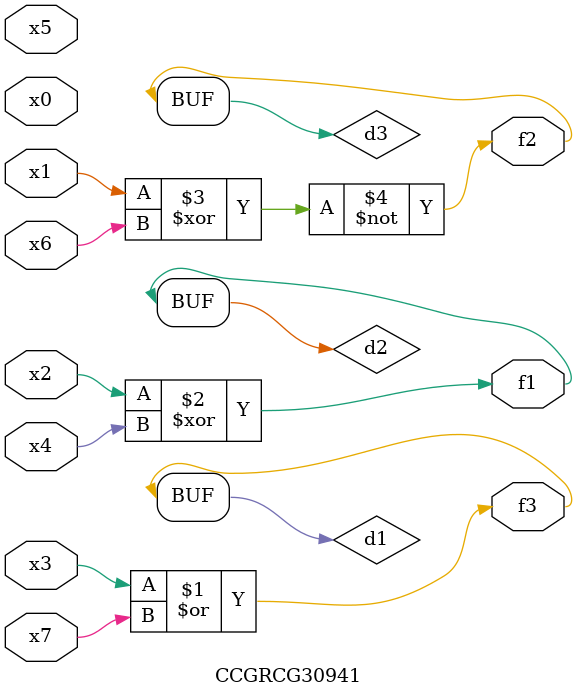
<source format=v>
module CCGRCG30941(
	input x0, x1, x2, x3, x4, x5, x6, x7,
	output f1, f2, f3
);

	wire d1, d2, d3;

	or (d1, x3, x7);
	xor (d2, x2, x4);
	xnor (d3, x1, x6);
	assign f1 = d2;
	assign f2 = d3;
	assign f3 = d1;
endmodule

</source>
